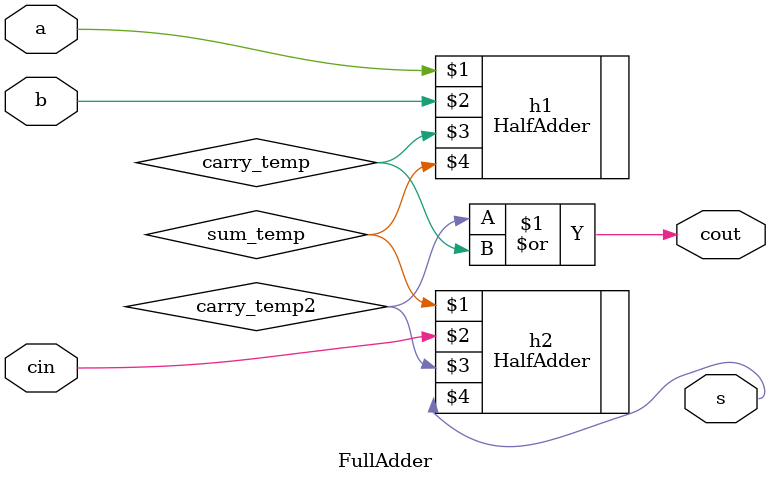
<source format=v>
`timescale 1ns / 1ps
module FullAdder(
    input a,
    input b,
    input cin,
    output s,
    output cout
    );
	 
	 wire carry_temp,sum_temp,carry_temp2;
	 HalfAdder h1(a,b,carry_temp,sum_temp);
	 HalfAdder h2(sum_temp,cin,carry_temp2,s);
	 
	 assign cout = carry_temp2 | carry_temp;
	 


endmodule

</source>
